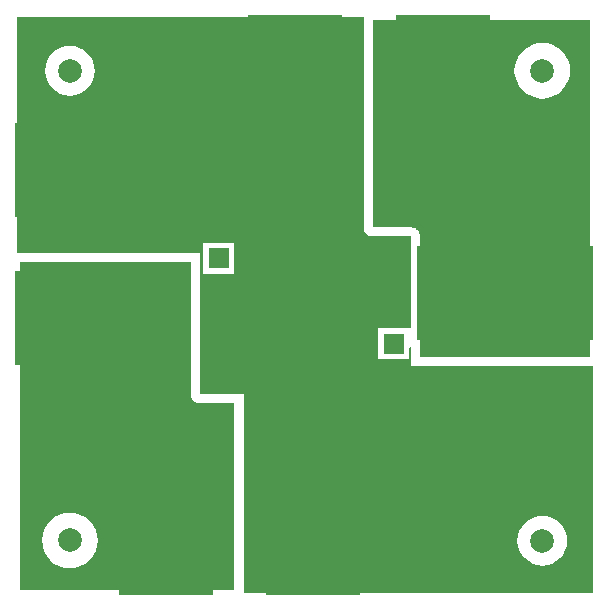
<source format=gbl>
G04 Layer_Physical_Order=2*
G04 Layer_Color=16711680*
%FSLAX23Y23*%
%MOIN*%
G70*
G01*
G75*
%ADD13R,0.065X0.065*%
%ADD14C,0.065*%
%ADD15C,0.197*%
%ADD16R,0.315X0.591*%
%ADD17R,0.591X0.315*%
%ADD18C,0.079*%
%ADD19C,0.020*%
%ADD20C,0.025*%
G36*
X3742Y2885D02*
X3176D01*
Y3286D01*
X3176Y3287D01*
X3176Y3288D01*
X3175Y3291D01*
X3175Y3294D01*
X3175Y3295D01*
X3175Y3296D01*
X3173Y3299D01*
X3172Y3302D01*
X3171Y3302D01*
X3171Y3303D01*
X3169Y3305D01*
X3167Y3308D01*
X3167Y3308D01*
X3166Y3309D01*
X3163Y3311D01*
X3161Y3313D01*
X3160Y3313D01*
X3160Y3313D01*
X3157Y3314D01*
X3154Y3316D01*
X3153Y3316D01*
X3152Y3316D01*
X3148Y3317D01*
X3144Y3317D01*
X3141Y3318D01*
X3018D01*
Y4007D01*
X3742D01*
Y2885D01*
D02*
G37*
G36*
X2411Y2761D02*
X2411Y2759D01*
X2411Y2758D01*
X2411Y2757D01*
X2411Y2755D01*
X2411Y2754D01*
X2412Y2753D01*
X2412Y2753D01*
X2412Y2752D01*
X2412Y2750D01*
X2413Y2749D01*
X2414Y2747D01*
X2415Y2745D01*
X2416Y2743D01*
X2417Y2742D01*
X2418Y2740D01*
X2420Y2739D01*
X2421Y2737D01*
X2423Y2736D01*
X2424Y2735D01*
X2426Y2734D01*
X2428Y2733D01*
X2430Y2732D01*
X2431Y2731D01*
X2433Y2731D01*
X2434Y2731D01*
X2435Y2731D01*
X2435Y2730D01*
X2436Y2730D01*
X2438Y2730D01*
X2439Y2730D01*
X2440Y2730D01*
X2442Y2730D01*
X2556D01*
Y2108D01*
X1843D01*
Y3202D01*
X2411D01*
Y2761D01*
D02*
G37*
G36*
X2988Y3303D02*
X3004Y3287D01*
X3146D01*
Y3276D01*
X3144D01*
Y2982D01*
X3139Y2982D01*
X3139Y2982D01*
X3034D01*
Y2877D01*
X3139D01*
Y2915D01*
X3144Y2918D01*
X3146Y2916D01*
X3146Y2916D01*
Y2854D01*
X3752D01*
Y2098D01*
X2587D01*
Y2760D01*
X2441D01*
Y3232D01*
X1833D01*
Y4017D01*
X2988D01*
Y3303D01*
D02*
G37*
%LPC*%
G36*
X3583Y3932D02*
X3565Y3930D01*
X3547Y3924D01*
X3531Y3916D01*
X3517Y3904D01*
X3505Y3890D01*
X3497Y3874D01*
X3492Y3857D01*
X3490Y3839D01*
X3492Y3820D01*
X3497Y3803D01*
X3505Y3787D01*
X3517Y3773D01*
X3531Y3761D01*
X3547Y3753D01*
X3565Y3747D01*
X3583Y3746D01*
X3601Y3747D01*
X3618Y3753D01*
X3634Y3761D01*
X3648Y3773D01*
X3660Y3787D01*
X3669Y3803D01*
X3674Y3820D01*
X3676Y3839D01*
X3674Y3857D01*
X3669Y3874D01*
X3660Y3890D01*
X3648Y3904D01*
X3634Y3916D01*
X3618Y3924D01*
X3601Y3930D01*
X3583Y3932D01*
D02*
G37*
G36*
X2008Y3921D02*
X1992Y3920D01*
X1976Y3915D01*
X1962Y3908D01*
X1949Y3897D01*
X1939Y3885D01*
X1931Y3870D01*
X1927Y3855D01*
X1925Y3839D01*
X1927Y3822D01*
X1931Y3807D01*
X1939Y3793D01*
X1949Y3780D01*
X1962Y3770D01*
X1976Y3762D01*
X1992Y3757D01*
X2008Y3756D01*
X2024Y3757D01*
X2040Y3762D01*
X2054Y3770D01*
X2066Y3780D01*
X2077Y3793D01*
X2084Y3807D01*
X2089Y3822D01*
X2091Y3839D01*
X2089Y3855D01*
X2084Y3870D01*
X2077Y3885D01*
X2066Y3897D01*
X2054Y3908D01*
X2040Y3915D01*
X2024Y3920D01*
X2008Y3921D01*
D02*
G37*
G36*
X2008Y2366D02*
X1990Y2364D01*
X1972Y2359D01*
X1956Y2350D01*
X1942Y2338D01*
X1931Y2324D01*
X1922Y2308D01*
X1917Y2291D01*
X1915Y2273D01*
X1917Y2255D01*
X1922Y2237D01*
X1931Y2221D01*
X1942Y2207D01*
X1956Y2195D01*
X1972Y2187D01*
X1990Y2181D01*
X2008Y2180D01*
X2026Y2181D01*
X2043Y2187D01*
X2060Y2195D01*
X2074Y2207D01*
X2085Y2221D01*
X2094Y2237D01*
X2099Y2255D01*
X2101Y2273D01*
X2099Y2291D01*
X2094Y2308D01*
X2085Y2324D01*
X2074Y2338D01*
X2060Y2350D01*
X2043Y2359D01*
X2026Y2364D01*
X2008Y2366D01*
D02*
G37*
G36*
X2556Y3265D02*
X2451D01*
Y3160D01*
X2556D01*
Y3265D01*
D02*
G37*
G36*
X3583Y2355D02*
X3567Y2353D01*
X3551Y2348D01*
X3537Y2341D01*
X3524Y2330D01*
X3514Y2318D01*
X3506Y2303D01*
X3501Y2288D01*
X3500Y2272D01*
X3501Y2255D01*
X3506Y2240D01*
X3514Y2226D01*
X3524Y2213D01*
X3537Y2203D01*
X3551Y2195D01*
X3567Y2190D01*
X3583Y2189D01*
X3599Y2190D01*
X3614Y2195D01*
X3629Y2203D01*
X3641Y2213D01*
X3652Y2226D01*
X3659Y2240D01*
X3664Y2255D01*
X3666Y2272D01*
X3664Y2288D01*
X3659Y2303D01*
X3652Y2318D01*
X3641Y2330D01*
X3629Y2341D01*
X3614Y2348D01*
X3599Y2353D01*
X3583Y2355D01*
D02*
G37*
%LPD*%
D13*
X3087Y2929D02*
D03*
X2504Y3213D02*
D03*
D14*
X3087Y2829D02*
D03*
X2504Y3313D02*
D03*
X1878Y2516D02*
D03*
Y2594D02*
D03*
Y2673D02*
D03*
X3535Y3646D02*
D03*
Y3567D02*
D03*
Y3488D02*
D03*
Y3409D02*
D03*
Y3331D02*
D03*
X3618D02*
D03*
Y3409D02*
D03*
Y3488D02*
D03*
Y3567D02*
D03*
Y3646D02*
D03*
X3701Y3331D02*
D03*
Y3409D02*
D03*
Y3488D02*
D03*
Y3567D02*
D03*
Y3646D02*
D03*
X3118Y2354D02*
D03*
X3197D02*
D03*
X3276D02*
D03*
X3354D02*
D03*
X3118Y2276D02*
D03*
X3197D02*
D03*
X3276D02*
D03*
X3354D02*
D03*
Y2197D02*
D03*
X3276D02*
D03*
X3197D02*
D03*
X3118D02*
D03*
X2539Y3740D02*
D03*
Y3819D02*
D03*
Y3898D02*
D03*
X2488Y3980D02*
D03*
X2409D02*
D03*
X2331D02*
D03*
X2252D02*
D03*
X2173D02*
D03*
D15*
X2028Y2594D02*
D03*
X2366Y3811D02*
D03*
D16*
X2819Y2385D02*
D03*
X2327D02*
D03*
X2760Y3730D02*
D03*
X3252D02*
D03*
D17*
X3459Y2606D02*
D03*
Y3098D02*
D03*
X2119Y3508D02*
D03*
Y3016D02*
D03*
D18*
X3583Y2272D02*
D03*
X3583Y3839D02*
D03*
X2008D02*
D03*
X2008Y2273D02*
D03*
D19*
X2220Y2248D02*
D03*
Y2287D02*
D03*
Y2327D02*
D03*
Y2366D02*
D03*
Y2406D02*
D03*
Y2445D02*
D03*
Y2484D02*
D03*
Y2524D02*
D03*
X2437D02*
D03*
Y2484D02*
D03*
Y2445D02*
D03*
Y2406D02*
D03*
Y2366D02*
D03*
Y2327D02*
D03*
Y2287D02*
D03*
Y2248D02*
D03*
X2713D02*
D03*
Y2287D02*
D03*
Y2327D02*
D03*
Y2366D02*
D03*
Y2406D02*
D03*
Y2445D02*
D03*
Y2484D02*
D03*
Y2524D02*
D03*
X2929D02*
D03*
Y2484D02*
D03*
Y2445D02*
D03*
Y2406D02*
D03*
Y2366D02*
D03*
Y2327D02*
D03*
Y2287D02*
D03*
Y2248D02*
D03*
X3323Y3205D02*
D03*
X3362D02*
D03*
X3402D02*
D03*
X3441D02*
D03*
X3480D02*
D03*
X3520D02*
D03*
X3559D02*
D03*
X3598D02*
D03*
Y2988D02*
D03*
X3559D02*
D03*
X3520D02*
D03*
X3480D02*
D03*
X3441D02*
D03*
X3402D02*
D03*
X3362D02*
D03*
X3323D02*
D03*
Y2713D02*
D03*
X3362D02*
D03*
X3402D02*
D03*
X3441D02*
D03*
X3480D02*
D03*
X3520D02*
D03*
X3559D02*
D03*
X3598D02*
D03*
Y2496D02*
D03*
X3559D02*
D03*
X3520D02*
D03*
X3480D02*
D03*
X3441D02*
D03*
X3402D02*
D03*
X3362D02*
D03*
X3323D02*
D03*
X3358Y3866D02*
D03*
Y3827D02*
D03*
Y3787D02*
D03*
Y3748D02*
D03*
Y3709D02*
D03*
Y3669D02*
D03*
Y3630D02*
D03*
Y3591D02*
D03*
X3142D02*
D03*
Y3630D02*
D03*
Y3669D02*
D03*
Y3709D02*
D03*
Y3748D02*
D03*
Y3787D02*
D03*
Y3827D02*
D03*
Y3866D02*
D03*
X2866D02*
D03*
Y3827D02*
D03*
Y3787D02*
D03*
Y3748D02*
D03*
Y3709D02*
D03*
Y3669D02*
D03*
Y3630D02*
D03*
Y3591D02*
D03*
X2650D02*
D03*
Y3630D02*
D03*
Y3669D02*
D03*
Y3709D02*
D03*
Y3748D02*
D03*
Y3787D02*
D03*
Y3827D02*
D03*
Y3866D02*
D03*
X2256Y2909D02*
D03*
X2217D02*
D03*
X2177D02*
D03*
X2138D02*
D03*
X2098D02*
D03*
X2059D02*
D03*
X2020D02*
D03*
X1980D02*
D03*
Y3126D02*
D03*
X2020D02*
D03*
X2059D02*
D03*
X2098D02*
D03*
X2138D02*
D03*
X2177D02*
D03*
X2217D02*
D03*
X2256D02*
D03*
Y3402D02*
D03*
X2217D02*
D03*
X2177D02*
D03*
X2138D02*
D03*
X2098D02*
D03*
X2059D02*
D03*
X2020D02*
D03*
X1980D02*
D03*
Y3618D02*
D03*
X2020D02*
D03*
X2059D02*
D03*
X2098D02*
D03*
X2138D02*
D03*
X2177D02*
D03*
X2217D02*
D03*
X2256D02*
D03*
D20*
X2276Y2311D02*
D03*
X2327D02*
D03*
X2378D02*
D03*
Y2358D02*
D03*
X2327D02*
D03*
X2276D02*
D03*
X2378Y2406D02*
D03*
X2327D02*
D03*
X2276D02*
D03*
X2378Y2453D02*
D03*
X2327D02*
D03*
X2276D02*
D03*
Y2504D02*
D03*
X2327D02*
D03*
X2378D02*
D03*
Y2551D02*
D03*
X2327D02*
D03*
X2276D02*
D03*
X2378Y2598D02*
D03*
X2327D02*
D03*
X2276D02*
D03*
X2378Y2646D02*
D03*
X2327D02*
D03*
X2276D02*
D03*
Y2264D02*
D03*
X2327D02*
D03*
X2378D02*
D03*
X2276Y2217D02*
D03*
X2327D02*
D03*
X2378D02*
D03*
X2276Y2169D02*
D03*
X2327D02*
D03*
X2378D02*
D03*
Y2122D02*
D03*
X2327D02*
D03*
X2276D02*
D03*
X2768Y2311D02*
D03*
X2819D02*
D03*
X2870D02*
D03*
Y2358D02*
D03*
X2819D02*
D03*
X2768D02*
D03*
X2870Y2406D02*
D03*
X2819D02*
D03*
X2768D02*
D03*
X2870Y2453D02*
D03*
X2819D02*
D03*
X2768D02*
D03*
Y2504D02*
D03*
X2819D02*
D03*
X2870D02*
D03*
Y2551D02*
D03*
X2819D02*
D03*
X2768D02*
D03*
X2870Y2598D02*
D03*
X2819D02*
D03*
X2768D02*
D03*
X2870Y2646D02*
D03*
X2819D02*
D03*
X2768D02*
D03*
Y2264D02*
D03*
X2819D02*
D03*
X2870D02*
D03*
X2768Y2217D02*
D03*
X2819D02*
D03*
X2870D02*
D03*
X2768Y2169D02*
D03*
X2819D02*
D03*
X2870D02*
D03*
Y2122D02*
D03*
X2819D02*
D03*
X2768D02*
D03*
X3386Y3150D02*
D03*
Y3098D02*
D03*
Y3047D02*
D03*
X3433D02*
D03*
Y3098D02*
D03*
Y3150D02*
D03*
X3480Y3047D02*
D03*
Y3098D02*
D03*
Y3150D02*
D03*
X3528Y3047D02*
D03*
Y3098D02*
D03*
Y3150D02*
D03*
X3579D02*
D03*
Y3098D02*
D03*
Y3047D02*
D03*
X3626D02*
D03*
Y3098D02*
D03*
Y3150D02*
D03*
X3673Y3047D02*
D03*
Y3098D02*
D03*
Y3150D02*
D03*
X3720Y3047D02*
D03*
Y3098D02*
D03*
Y3150D02*
D03*
X3339D02*
D03*
Y3098D02*
D03*
Y3047D02*
D03*
X3291Y3150D02*
D03*
Y3098D02*
D03*
Y3047D02*
D03*
X3244Y3150D02*
D03*
Y3098D02*
D03*
Y3047D02*
D03*
X3197D02*
D03*
Y3098D02*
D03*
Y3150D02*
D03*
X3386Y2657D02*
D03*
Y2606D02*
D03*
Y2555D02*
D03*
X3433D02*
D03*
Y2606D02*
D03*
Y2657D02*
D03*
X3480Y2555D02*
D03*
Y2606D02*
D03*
Y2657D02*
D03*
X3528Y2555D02*
D03*
Y2606D02*
D03*
Y2657D02*
D03*
X3579D02*
D03*
Y2606D02*
D03*
Y2555D02*
D03*
X3626D02*
D03*
Y2606D02*
D03*
Y2657D02*
D03*
X3673Y2555D02*
D03*
Y2606D02*
D03*
Y2657D02*
D03*
X3720Y2555D02*
D03*
Y2606D02*
D03*
Y2657D02*
D03*
X3339D02*
D03*
Y2606D02*
D03*
Y2555D02*
D03*
X3291Y2657D02*
D03*
Y2606D02*
D03*
Y2555D02*
D03*
X3244Y2657D02*
D03*
Y2606D02*
D03*
Y2555D02*
D03*
X3197D02*
D03*
Y2606D02*
D03*
Y2657D02*
D03*
X3303Y3803D02*
D03*
X3252D02*
D03*
X3201D02*
D03*
Y3756D02*
D03*
X3252D02*
D03*
X3303D02*
D03*
X3201Y3709D02*
D03*
X3252D02*
D03*
X3303D02*
D03*
X3201Y3661D02*
D03*
X3252D02*
D03*
X3303D02*
D03*
Y3610D02*
D03*
X3252D02*
D03*
X3201D02*
D03*
Y3563D02*
D03*
X3252D02*
D03*
X3303D02*
D03*
X3201Y3516D02*
D03*
X3252D02*
D03*
X3303D02*
D03*
X3201Y3469D02*
D03*
X3252D02*
D03*
X3303D02*
D03*
Y3850D02*
D03*
X3252D02*
D03*
X3201D02*
D03*
X3303Y3898D02*
D03*
X3252D02*
D03*
X3201D02*
D03*
X3303Y3945D02*
D03*
X3252D02*
D03*
X3201D02*
D03*
Y3992D02*
D03*
X3252D02*
D03*
X3303D02*
D03*
X2811Y3803D02*
D03*
X2760D02*
D03*
X2709D02*
D03*
Y3756D02*
D03*
X2760D02*
D03*
X2811D02*
D03*
X2709Y3709D02*
D03*
X2760D02*
D03*
X2811D02*
D03*
X2709Y3661D02*
D03*
X2760D02*
D03*
X2811D02*
D03*
Y3610D02*
D03*
X2760D02*
D03*
X2709D02*
D03*
Y3563D02*
D03*
X2760D02*
D03*
X2811D02*
D03*
X2709Y3516D02*
D03*
X2760D02*
D03*
X2811D02*
D03*
X2709Y3469D02*
D03*
X2760D02*
D03*
X2811D02*
D03*
Y3850D02*
D03*
X2760D02*
D03*
X2709D02*
D03*
X2811Y3898D02*
D03*
X2760D02*
D03*
X2709D02*
D03*
X2811Y3945D02*
D03*
X2760D02*
D03*
X2709D02*
D03*
Y3992D02*
D03*
X2760D02*
D03*
X2811D02*
D03*
X2193Y2965D02*
D03*
Y3016D02*
D03*
Y3067D02*
D03*
X2146D02*
D03*
Y3016D02*
D03*
Y2965D02*
D03*
X2098Y3067D02*
D03*
Y3016D02*
D03*
Y2965D02*
D03*
X2051Y3067D02*
D03*
Y3016D02*
D03*
Y2965D02*
D03*
X2000D02*
D03*
Y3016D02*
D03*
Y3067D02*
D03*
X1953D02*
D03*
Y3016D02*
D03*
Y2965D02*
D03*
X1906Y3067D02*
D03*
Y3016D02*
D03*
Y2965D02*
D03*
X1858Y3067D02*
D03*
Y3016D02*
D03*
Y2965D02*
D03*
X2240D02*
D03*
Y3016D02*
D03*
Y3067D02*
D03*
X2287Y2965D02*
D03*
Y3016D02*
D03*
Y3067D02*
D03*
X2335Y2965D02*
D03*
Y3016D02*
D03*
Y3067D02*
D03*
X2382D02*
D03*
Y3016D02*
D03*
Y2965D02*
D03*
X2193Y3457D02*
D03*
Y3508D02*
D03*
Y3559D02*
D03*
X2146D02*
D03*
Y3508D02*
D03*
Y3457D02*
D03*
X2098Y3559D02*
D03*
Y3508D02*
D03*
Y3457D02*
D03*
X2051Y3559D02*
D03*
Y3508D02*
D03*
Y3457D02*
D03*
X2000D02*
D03*
Y3508D02*
D03*
Y3559D02*
D03*
X1953D02*
D03*
Y3508D02*
D03*
Y3457D02*
D03*
X1906Y3559D02*
D03*
Y3508D02*
D03*
Y3457D02*
D03*
X1858Y3559D02*
D03*
Y3508D02*
D03*
Y3457D02*
D03*
X2240D02*
D03*
Y3508D02*
D03*
Y3559D02*
D03*
X2287Y3457D02*
D03*
Y3508D02*
D03*
Y3559D02*
D03*
X2335Y3457D02*
D03*
Y3508D02*
D03*
Y3559D02*
D03*
X2382D02*
D03*
Y3508D02*
D03*
Y3457D02*
D03*
M02*

</source>
